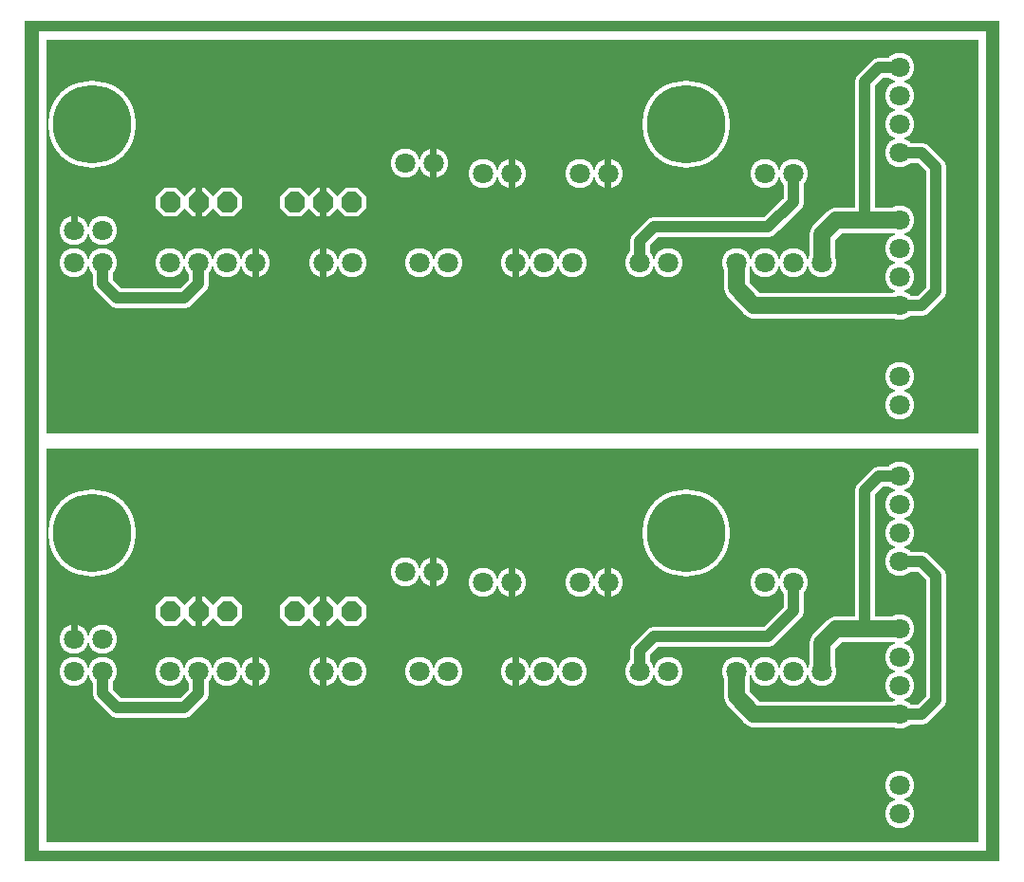
<source format=gbr>
%FSLAX34Y34*%
%MOMM*%
%LNSILK_TOP*%
G71*
G01*
%ADD10C, 7.80*%
%ADD11C, 2.60*%
%ADD12C, 1.80*%
%ADD13C, 2.30*%
%ADD14C, 2.60*%
%ADD15C, 0.10*%
%ADD16C, 0.60*%
%ADD17C, 7.00*%
%ADD18C, 1.80*%
%ADD19C, 1.00*%
%ADD20C, 1.50*%
%ADD21C, 1.80*%
%LPD*%
G36*
X0Y1000000D02*
X870000Y1000000D01*
X870000Y250000D01*
X0Y250000D01*
X0Y1000000D01*
G37*
%LPC*%
X60325Y908050D02*
G54D10*
D03*
X590550Y908050D02*
G54D10*
D03*
X781050Y958850D02*
G54D11*
D03*
X781050Y933450D02*
G54D11*
D03*
X781050Y908050D02*
G54D11*
D03*
X781050Y882650D02*
G54D11*
D03*
X781050Y822325D02*
G54D11*
D03*
X781050Y796925D02*
G54D11*
D03*
X781050Y771525D02*
G54D11*
D03*
X781050Y746125D02*
G54D11*
D03*
X781050Y682625D02*
G54D11*
D03*
X781050Y657225D02*
G54D11*
D03*
X711200Y784225D02*
G54D11*
D03*
X685800Y784225D02*
G54D11*
D03*
X660400Y784225D02*
G54D11*
D03*
X635000Y784225D02*
G54D11*
D03*
G54D12*
X781050Y882650D02*
X800100Y882650D01*
X812800Y869950D01*
X812800Y758825D01*
X800100Y746125D01*
X781050Y746125D01*
G54D12*
X781050Y958850D02*
X762000Y958850D01*
X749300Y946150D01*
X749300Y822325D01*
X781050Y822325D01*
G54D13*
X711200Y784225D02*
X711200Y809625D01*
X723900Y822325D01*
X781050Y822325D01*
G54D13*
X635000Y784225D02*
X635000Y762000D01*
X650875Y746125D01*
X781050Y746125D01*
X574675Y784225D02*
G54D11*
D03*
X549275Y784225D02*
G54D11*
D03*
X377825Y784225D02*
G54D11*
D03*
X352425Y784225D02*
G54D11*
D03*
X660400Y863600D02*
G54D11*
D03*
X685800Y863600D02*
G54D11*
D03*
X488950Y784225D02*
G54D11*
D03*
X463550Y784225D02*
G54D11*
D03*
X438150Y784225D02*
G54D11*
D03*
G36*
X117175Y843595D02*
X124780Y851200D01*
X135570Y851200D01*
X143175Y843595D01*
X143175Y832805D01*
X135570Y825200D01*
X124780Y825200D01*
X117175Y832805D01*
X117175Y843595D01*
G37*
G36*
X142575Y843595D02*
X150180Y851200D01*
X160970Y851200D01*
X168575Y843595D01*
X168575Y832805D01*
X160970Y825200D01*
X150180Y825200D01*
X142575Y832805D01*
X142575Y843595D01*
G37*
G36*
X167975Y843595D02*
X175580Y851200D01*
X186370Y851200D01*
X193975Y843595D01*
X193975Y832805D01*
X186370Y825200D01*
X175580Y825200D01*
X167975Y832805D01*
X167975Y843595D01*
G37*
G36*
X142575Y843595D02*
X150180Y851200D01*
X160970Y851200D01*
X168575Y843595D01*
X168575Y832805D01*
X160970Y825200D01*
X150180Y825200D01*
X142575Y832805D01*
X142575Y843595D01*
G37*
X495300Y863600D02*
G54D11*
D03*
X520700Y863600D02*
G54D11*
D03*
G36*
X228300Y843595D02*
X235905Y851200D01*
X246695Y851200D01*
X254300Y843595D01*
X254300Y832805D01*
X246695Y825200D01*
X235905Y825200D01*
X228300Y832805D01*
X228300Y843595D01*
G37*
G36*
X253700Y843595D02*
X261305Y851200D01*
X272095Y851200D01*
X279700Y843595D01*
X279700Y832805D01*
X272095Y825200D01*
X261305Y825200D01*
X253700Y832805D01*
X253700Y843595D01*
G37*
G36*
X279100Y843595D02*
X286705Y851200D01*
X297495Y851200D01*
X305100Y843595D01*
X305100Y832805D01*
X297495Y825200D01*
X286705Y825200D01*
X279100Y832805D01*
X279100Y843595D01*
G37*
G36*
X253700Y843595D02*
X261305Y851200D01*
X272095Y851200D01*
X279700Y843595D01*
X279700Y832805D01*
X272095Y825200D01*
X261305Y825200D01*
X253700Y832805D01*
X253700Y843595D01*
G37*
X206375Y784225D02*
G54D11*
D03*
X180975Y784225D02*
G54D11*
D03*
X155575Y784225D02*
G54D11*
D03*
X130175Y784225D02*
G54D11*
D03*
X292100Y784225D02*
G54D11*
D03*
X266700Y784225D02*
G54D11*
D03*
X69850Y784225D02*
G54D11*
D03*
X44450Y784225D02*
G54D11*
D03*
G54D12*
X549275Y784225D02*
X549275Y803275D01*
X561975Y815975D01*
X663575Y815975D01*
X685800Y838200D01*
X685800Y863600D01*
X409575Y863600D02*
G54D11*
D03*
X434975Y863600D02*
G54D11*
D03*
G54D12*
X69850Y784225D02*
X69850Y765175D01*
X82550Y752475D01*
X142875Y752475D01*
X155575Y765175D01*
X155575Y784225D01*
X206380Y784230D02*
G54D14*
D03*
X266705Y784230D02*
G54D14*
D03*
X438155Y784230D02*
G54D14*
D03*
X434980Y863605D02*
G54D14*
D03*
X520705Y863605D02*
G54D14*
D03*
X339725Y873125D02*
G54D14*
D03*
X365130Y873130D02*
G54D14*
D03*
X69850Y812800D02*
G54D14*
D03*
X44450Y812800D02*
G54D14*
D03*
G36*
X12700Y990600D02*
X857250Y990600D01*
X857250Y984250D01*
X12700Y984250D01*
X12700Y990600D01*
G37*
G54D15*
X12700Y990600D02*
X857250Y990600D01*
X857250Y984250D01*
X12700Y984250D01*
X12700Y990600D01*
G36*
X857250Y990600D02*
X850900Y990600D01*
X850900Y625475D01*
X857250Y625475D01*
X857250Y990600D01*
G37*
G54D15*
X857250Y990600D02*
X850900Y990600D01*
X850900Y625475D01*
X857250Y625475D01*
X857250Y990600D01*
G36*
X857250Y631825D02*
X12700Y631825D01*
X12700Y625475D01*
X857250Y625475D01*
X857250Y631825D01*
G37*
G54D15*
X857250Y631825D02*
X12700Y631825D01*
X12700Y625475D01*
X857250Y625475D01*
X857250Y631825D01*
G36*
X12700Y625475D02*
X19050Y625475D01*
X19050Y990600D01*
X12700Y990600D01*
X12700Y625475D01*
G37*
G54D15*
X12700Y625475D02*
X19050Y625475D01*
X19050Y990600D01*
X12700Y990600D01*
X12700Y625475D01*
X60325Y542925D02*
G54D10*
D03*
X590550Y542925D02*
G54D10*
D03*
X781050Y593725D02*
G54D11*
D03*
X781050Y568325D02*
G54D11*
D03*
X781050Y542925D02*
G54D11*
D03*
X781050Y517525D02*
G54D11*
D03*
X781050Y457200D02*
G54D11*
D03*
X781050Y431800D02*
G54D11*
D03*
X781050Y406400D02*
G54D11*
D03*
X781050Y381000D02*
G54D11*
D03*
X781050Y317500D02*
G54D11*
D03*
X781050Y292100D02*
G54D11*
D03*
X711200Y419100D02*
G54D11*
D03*
X685800Y419100D02*
G54D11*
D03*
X660400Y419100D02*
G54D11*
D03*
X635000Y419100D02*
G54D11*
D03*
G54D12*
X781050Y517525D02*
X800100Y517525D01*
X812800Y504825D01*
X812800Y393700D01*
X800100Y381000D01*
X781050Y381000D01*
G54D12*
X781050Y593725D02*
X762000Y593725D01*
X749300Y581025D01*
X749300Y457200D01*
X781050Y457200D01*
G54D13*
X711200Y419100D02*
X711200Y444500D01*
X723900Y457200D01*
X781050Y457200D01*
G54D13*
X635000Y419100D02*
X635000Y396875D01*
X650875Y381000D01*
X781050Y381000D01*
X574675Y419100D02*
G54D11*
D03*
X549275Y419100D02*
G54D11*
D03*
X377825Y419100D02*
G54D11*
D03*
X352425Y419100D02*
G54D11*
D03*
X660400Y498475D02*
G54D11*
D03*
X685800Y498475D02*
G54D11*
D03*
X488950Y419100D02*
G54D11*
D03*
X463550Y419100D02*
G54D11*
D03*
X438150Y419100D02*
G54D11*
D03*
G36*
X117175Y478470D02*
X124780Y486075D01*
X135570Y486075D01*
X143175Y478470D01*
X143175Y467680D01*
X135570Y460075D01*
X124780Y460075D01*
X117175Y467680D01*
X117175Y478470D01*
G37*
G36*
X142575Y478470D02*
X150180Y486075D01*
X160970Y486075D01*
X168575Y478470D01*
X168575Y467680D01*
X160970Y460075D01*
X150180Y460075D01*
X142575Y467680D01*
X142575Y478470D01*
G37*
G36*
X167975Y478470D02*
X175580Y486075D01*
X186370Y486075D01*
X193975Y478470D01*
X193975Y467680D01*
X186370Y460075D01*
X175580Y460075D01*
X167975Y467680D01*
X167975Y478470D01*
G37*
G36*
X142575Y478470D02*
X150180Y486075D01*
X160970Y486075D01*
X168575Y478470D01*
X168575Y467680D01*
X160970Y460075D01*
X150180Y460075D01*
X142575Y467680D01*
X142575Y478470D01*
G37*
X495300Y498475D02*
G54D11*
D03*
X520700Y498475D02*
G54D11*
D03*
G36*
X228300Y478470D02*
X235905Y486075D01*
X246695Y486075D01*
X254300Y478470D01*
X254300Y467680D01*
X246695Y460075D01*
X235905Y460075D01*
X228300Y467680D01*
X228300Y478470D01*
G37*
G36*
X253700Y478470D02*
X261305Y486075D01*
X272095Y486075D01*
X279700Y478470D01*
X279700Y467680D01*
X272095Y460075D01*
X261305Y460075D01*
X253700Y467680D01*
X253700Y478470D01*
G37*
G36*
X279100Y478470D02*
X286705Y486075D01*
X297495Y486075D01*
X305100Y478470D01*
X305100Y467680D01*
X297495Y460075D01*
X286705Y460075D01*
X279100Y467680D01*
X279100Y478470D01*
G37*
G36*
X253700Y478470D02*
X261305Y486075D01*
X272095Y486075D01*
X279700Y478470D01*
X279700Y467680D01*
X272095Y460075D01*
X261305Y460075D01*
X253700Y467680D01*
X253700Y478470D01*
G37*
X206375Y419100D02*
G54D11*
D03*
X180975Y419100D02*
G54D11*
D03*
X155575Y419100D02*
G54D11*
D03*
X130175Y419100D02*
G54D11*
D03*
X292100Y419100D02*
G54D11*
D03*
X266700Y419100D02*
G54D11*
D03*
X69850Y419100D02*
G54D11*
D03*
X44450Y419100D02*
G54D11*
D03*
G54D12*
X549275Y419100D02*
X549275Y438150D01*
X561975Y450850D01*
X663575Y450850D01*
X685800Y473075D01*
X685800Y498475D01*
X409575Y498475D02*
G54D11*
D03*
X434975Y498475D02*
G54D11*
D03*
G54D12*
X69850Y419100D02*
X69850Y400050D01*
X82550Y387350D01*
X142875Y387350D01*
X155575Y400050D01*
X155575Y419100D01*
X206380Y419105D02*
G54D14*
D03*
X266705Y419105D02*
G54D14*
D03*
X438155Y419105D02*
G54D14*
D03*
X434980Y498480D02*
G54D14*
D03*
X520705Y498480D02*
G54D14*
D03*
X339725Y508000D02*
G54D14*
D03*
X365130Y508005D02*
G54D14*
D03*
X69850Y447675D02*
G54D14*
D03*
X44450Y447675D02*
G54D14*
D03*
G36*
X12700Y625475D02*
X857250Y625475D01*
X857250Y619125D01*
X12700Y619125D01*
X12700Y625475D01*
G37*
G54D15*
X12700Y625475D02*
X857250Y625475D01*
X857250Y619125D01*
X12700Y619125D01*
X12700Y625475D01*
G36*
X857250Y625475D02*
X850900Y625475D01*
X850900Y260350D01*
X857250Y260350D01*
X857250Y625475D01*
G37*
G54D15*
X857250Y625475D02*
X850900Y625475D01*
X850900Y260350D01*
X857250Y260350D01*
X857250Y625475D01*
G36*
X857250Y266700D02*
X12700Y266700D01*
X12700Y260350D01*
X857250Y260350D01*
X857250Y266700D01*
G37*
G54D15*
X857250Y266700D02*
X12700Y266700D01*
X12700Y260350D01*
X857250Y260350D01*
X857250Y266700D01*
G36*
X12700Y260350D02*
X19050Y260350D01*
X19050Y625475D01*
X12700Y625475D01*
X12700Y260350D01*
G37*
G54D15*
X12700Y260350D02*
X19050Y260350D01*
X19050Y625475D01*
X12700Y625475D01*
X12700Y260350D01*
%LPD*%
G54D16*
G36*
X152575Y838200D02*
X152575Y851700D01*
X158575Y851700D01*
X158575Y838200D01*
X152575Y838200D01*
G37*
G36*
X158575Y838200D02*
X158575Y824700D01*
X152575Y824700D01*
X152575Y838200D01*
X158575Y838200D01*
G37*
G54D16*
G36*
X263700Y838200D02*
X263700Y851700D01*
X269700Y851700D01*
X269700Y838200D01*
X263700Y838200D01*
G37*
G36*
X269700Y838200D02*
X269700Y824700D01*
X263700Y824700D01*
X263700Y838200D01*
X269700Y838200D01*
G37*
G54D16*
G36*
X203380Y784230D02*
X203380Y797730D01*
X209380Y797730D01*
X209380Y784230D01*
X203380Y784230D01*
G37*
G36*
X209380Y784230D02*
X209380Y770730D01*
X203380Y770730D01*
X203380Y784230D01*
X209380Y784230D01*
G37*
G54D16*
G36*
X263705Y784230D02*
X263705Y797730D01*
X269705Y797730D01*
X269705Y784230D01*
X263705Y784230D01*
G37*
G36*
X269705Y784230D02*
X269705Y770730D01*
X263705Y770730D01*
X263705Y784230D01*
X269705Y784230D01*
G37*
G54D16*
G36*
X435155Y784230D02*
X435155Y797730D01*
X441155Y797730D01*
X441155Y784230D01*
X435155Y784230D01*
G37*
G36*
X441155Y784230D02*
X441155Y770730D01*
X435155Y770730D01*
X435155Y784230D01*
X441155Y784230D01*
G37*
G54D16*
G36*
X431980Y863605D02*
X431980Y877105D01*
X437980Y877105D01*
X437980Y863605D01*
X431980Y863605D01*
G37*
G36*
X437980Y863605D02*
X437980Y850105D01*
X431980Y850105D01*
X431980Y863605D01*
X437980Y863605D01*
G37*
G54D16*
G36*
X517705Y863605D02*
X517705Y877105D01*
X523705Y877105D01*
X523705Y863605D01*
X517705Y863605D01*
G37*
G36*
X523705Y863605D02*
X523705Y850105D01*
X517705Y850105D01*
X517705Y863605D01*
X523705Y863605D01*
G37*
G54D16*
G36*
X362130Y873130D02*
X362130Y886630D01*
X368130Y886630D01*
X368130Y873130D01*
X362130Y873130D01*
G37*
G36*
X368130Y873130D02*
X368130Y859630D01*
X362130Y859630D01*
X362130Y873130D01*
X368130Y873130D01*
G37*
G54D16*
G36*
X41450Y812800D02*
X41450Y826300D01*
X47450Y826300D01*
X47450Y812800D01*
X41450Y812800D01*
G37*
G54D16*
G36*
X152575Y473075D02*
X152575Y486575D01*
X158575Y486575D01*
X158575Y473075D01*
X152575Y473075D01*
G37*
G36*
X158575Y473075D02*
X158575Y459575D01*
X152575Y459575D01*
X152575Y473075D01*
X158575Y473075D01*
G37*
G54D16*
G36*
X263700Y473075D02*
X263700Y486575D01*
X269700Y486575D01*
X269700Y473075D01*
X263700Y473075D01*
G37*
G36*
X269700Y473075D02*
X269700Y459575D01*
X263700Y459575D01*
X263700Y473075D01*
X269700Y473075D01*
G37*
G54D16*
G36*
X203380Y419105D02*
X203380Y432605D01*
X209380Y432605D01*
X209380Y419105D01*
X203380Y419105D01*
G37*
G36*
X209380Y419105D02*
X209380Y405605D01*
X203380Y405605D01*
X203380Y419105D01*
X209380Y419105D01*
G37*
G54D16*
G36*
X263705Y419105D02*
X263705Y432605D01*
X269705Y432605D01*
X269705Y419105D01*
X263705Y419105D01*
G37*
G36*
X269705Y419105D02*
X269705Y405605D01*
X263705Y405605D01*
X263705Y419105D01*
X269705Y419105D01*
G37*
G54D16*
G36*
X435155Y419105D02*
X435155Y432605D01*
X441155Y432605D01*
X441155Y419105D01*
X435155Y419105D01*
G37*
G36*
X441155Y419105D02*
X441155Y405605D01*
X435155Y405605D01*
X435155Y419105D01*
X441155Y419105D01*
G37*
G54D16*
G36*
X431980Y498480D02*
X431980Y511980D01*
X437980Y511980D01*
X437980Y498480D01*
X431980Y498480D01*
G37*
G36*
X437980Y498480D02*
X437980Y484980D01*
X431980Y484980D01*
X431980Y498480D01*
X437980Y498480D01*
G37*
G54D16*
G36*
X517705Y498480D02*
X517705Y511980D01*
X523705Y511980D01*
X523705Y498480D01*
X517705Y498480D01*
G37*
G36*
X523705Y498480D02*
X523705Y484980D01*
X517705Y484980D01*
X517705Y498480D01*
X523705Y498480D01*
G37*
G54D16*
G36*
X362130Y508005D02*
X362130Y521505D01*
X368130Y521505D01*
X368130Y508005D01*
X362130Y508005D01*
G37*
G36*
X368130Y508005D02*
X368130Y494505D01*
X362130Y494505D01*
X362130Y508005D01*
X368130Y508005D01*
G37*
G54D16*
G36*
X41450Y447675D02*
X41450Y461175D01*
X47450Y461175D01*
X47450Y447675D01*
X41450Y447675D01*
G37*
X60325Y908050D02*
G54D17*
D03*
X590550Y908050D02*
G54D17*
D03*
X781050Y958850D02*
G54D18*
D03*
X781050Y933450D02*
G54D18*
D03*
X781050Y908050D02*
G54D18*
D03*
X781050Y882650D02*
G54D18*
D03*
X781050Y822325D02*
G54D18*
D03*
X781050Y796925D02*
G54D18*
D03*
X781050Y771525D02*
G54D18*
D03*
X781050Y746125D02*
G54D18*
D03*
X781050Y682625D02*
G54D18*
D03*
X781050Y657225D02*
G54D18*
D03*
X711200Y784225D02*
G54D18*
D03*
X685800Y784225D02*
G54D18*
D03*
X660400Y784225D02*
G54D18*
D03*
X635000Y784225D02*
G54D18*
D03*
G54D19*
X781050Y882650D02*
X800100Y882650D01*
X812800Y869950D01*
X812800Y758825D01*
X800100Y746125D01*
X781050Y746125D01*
G54D19*
X781050Y958850D02*
X762000Y958850D01*
X749300Y946150D01*
X749300Y822325D01*
X781050Y822325D01*
G54D20*
X711200Y784225D02*
X711200Y809625D01*
X723900Y822325D01*
X781050Y822325D01*
G54D20*
X635000Y784225D02*
X635000Y762000D01*
X650875Y746125D01*
X781050Y746125D01*
X574675Y784225D02*
G54D18*
D03*
X549275Y784225D02*
G54D18*
D03*
X377825Y784225D02*
G54D18*
D03*
X352425Y784225D02*
G54D18*
D03*
X660400Y863600D02*
G54D18*
D03*
X685800Y863600D02*
G54D18*
D03*
X488950Y784225D02*
G54D18*
D03*
X463550Y784225D02*
G54D18*
D03*
X438150Y784225D02*
G54D18*
D03*
G36*
X121175Y841935D02*
X126440Y847200D01*
X133910Y847200D01*
X139175Y841935D01*
X139175Y834465D01*
X133910Y829200D01*
X126440Y829200D01*
X121175Y834465D01*
X121175Y841935D01*
G37*
G36*
X146575Y841935D02*
X151840Y847200D01*
X159310Y847200D01*
X164575Y841935D01*
X164575Y834465D01*
X159310Y829200D01*
X151840Y829200D01*
X146575Y834465D01*
X146575Y841935D01*
G37*
G36*
X171975Y841935D02*
X177240Y847200D01*
X184710Y847200D01*
X189975Y841935D01*
X189975Y834465D01*
X184710Y829200D01*
X177240Y829200D01*
X171975Y834465D01*
X171975Y841935D01*
G37*
G36*
X146575Y841935D02*
X151840Y847200D01*
X159310Y847200D01*
X164575Y841935D01*
X164575Y834465D01*
X159310Y829200D01*
X151840Y829200D01*
X146575Y834465D01*
X146575Y841935D01*
G37*
X495300Y863600D02*
G54D18*
D03*
X520700Y863600D02*
G54D18*
D03*
G36*
X232300Y841935D02*
X237565Y847200D01*
X245035Y847200D01*
X250300Y841935D01*
X250300Y834465D01*
X245035Y829200D01*
X237565Y829200D01*
X232300Y834465D01*
X232300Y841935D01*
G37*
G36*
X257700Y841935D02*
X262965Y847200D01*
X270435Y847200D01*
X275700Y841935D01*
X275700Y834465D01*
X270435Y829200D01*
X262965Y829200D01*
X257700Y834465D01*
X257700Y841935D01*
G37*
G36*
X283100Y841935D02*
X288365Y847200D01*
X295835Y847200D01*
X301100Y841935D01*
X301100Y834465D01*
X295835Y829200D01*
X288365Y829200D01*
X283100Y834465D01*
X283100Y841935D01*
G37*
G36*
X257700Y841935D02*
X262965Y847200D01*
X270435Y847200D01*
X275700Y841935D01*
X275700Y834465D01*
X270435Y829200D01*
X262965Y829200D01*
X257700Y834465D01*
X257700Y841935D01*
G37*
X206375Y784225D02*
G54D18*
D03*
X180975Y784225D02*
G54D18*
D03*
X155575Y784225D02*
G54D18*
D03*
X130175Y784225D02*
G54D18*
D03*
X292100Y784225D02*
G54D18*
D03*
X266700Y784225D02*
G54D18*
D03*
X69850Y784225D02*
G54D18*
D03*
X44450Y784225D02*
G54D18*
D03*
G54D19*
X549275Y784225D02*
X549275Y803275D01*
X561975Y815975D01*
X663575Y815975D01*
X685800Y838200D01*
X685800Y863600D01*
X409575Y863600D02*
G54D18*
D03*
X434975Y863600D02*
G54D18*
D03*
G54D19*
X69850Y784225D02*
X69850Y765175D01*
X82550Y752475D01*
X142875Y752475D01*
X155575Y765175D01*
X155575Y784225D01*
X206380Y784230D02*
G54D21*
D03*
X266705Y784230D02*
G54D21*
D03*
X438155Y784230D02*
G54D21*
D03*
X434980Y863605D02*
G54D21*
D03*
X520705Y863605D02*
G54D21*
D03*
X339725Y873125D02*
G54D21*
D03*
X365130Y873130D02*
G54D21*
D03*
X69850Y812800D02*
G54D21*
D03*
X44450Y812800D02*
G54D21*
D03*
X60325Y542925D02*
G54D17*
D03*
X590550Y542925D02*
G54D17*
D03*
X781050Y593725D02*
G54D18*
D03*
X781050Y568325D02*
G54D18*
D03*
X781050Y542925D02*
G54D18*
D03*
X781050Y517525D02*
G54D18*
D03*
X781050Y457200D02*
G54D18*
D03*
X781050Y431800D02*
G54D18*
D03*
X781050Y406400D02*
G54D18*
D03*
X781050Y381000D02*
G54D18*
D03*
X781050Y317500D02*
G54D18*
D03*
X781050Y292100D02*
G54D18*
D03*
X711200Y419100D02*
G54D18*
D03*
X685800Y419100D02*
G54D18*
D03*
X660400Y419100D02*
G54D18*
D03*
X635000Y419100D02*
G54D18*
D03*
G54D19*
X781050Y517525D02*
X800100Y517525D01*
X812800Y504825D01*
X812800Y393700D01*
X800100Y381000D01*
X781050Y381000D01*
G54D19*
X781050Y593725D02*
X762000Y593725D01*
X749300Y581025D01*
X749300Y457200D01*
X781050Y457200D01*
G54D20*
X711200Y419100D02*
X711200Y444500D01*
X723900Y457200D01*
X781050Y457200D01*
G54D20*
X635000Y419100D02*
X635000Y396875D01*
X650875Y381000D01*
X781050Y381000D01*
X574675Y419100D02*
G54D18*
D03*
X549275Y419100D02*
G54D18*
D03*
X377825Y419100D02*
G54D18*
D03*
X352425Y419100D02*
G54D18*
D03*
X660400Y498475D02*
G54D18*
D03*
X685800Y498475D02*
G54D18*
D03*
X488950Y419100D02*
G54D18*
D03*
X463550Y419100D02*
G54D18*
D03*
X438150Y419100D02*
G54D18*
D03*
G36*
X121175Y476810D02*
X126440Y482075D01*
X133910Y482075D01*
X139175Y476810D01*
X139175Y469340D01*
X133910Y464075D01*
X126440Y464075D01*
X121175Y469340D01*
X121175Y476810D01*
G37*
G36*
X146575Y476810D02*
X151840Y482075D01*
X159310Y482075D01*
X164575Y476810D01*
X164575Y469340D01*
X159310Y464075D01*
X151840Y464075D01*
X146575Y469340D01*
X146575Y476810D01*
G37*
G36*
X171975Y476810D02*
X177240Y482075D01*
X184710Y482075D01*
X189975Y476810D01*
X189975Y469340D01*
X184710Y464075D01*
X177240Y464075D01*
X171975Y469340D01*
X171975Y476810D01*
G37*
G36*
X146575Y476810D02*
X151840Y482075D01*
X159310Y482075D01*
X164575Y476810D01*
X164575Y469340D01*
X159310Y464075D01*
X151840Y464075D01*
X146575Y469340D01*
X146575Y476810D01*
G37*
X495300Y498475D02*
G54D18*
D03*
X520700Y498475D02*
G54D18*
D03*
G36*
X232300Y476810D02*
X237565Y482075D01*
X245035Y482075D01*
X250300Y476810D01*
X250300Y469340D01*
X245035Y464075D01*
X237565Y464075D01*
X232300Y469340D01*
X232300Y476810D01*
G37*
G36*
X257700Y476810D02*
X262965Y482075D01*
X270435Y482075D01*
X275700Y476810D01*
X275700Y469340D01*
X270435Y464075D01*
X262965Y464075D01*
X257700Y469340D01*
X257700Y476810D01*
G37*
G36*
X283100Y476810D02*
X288365Y482075D01*
X295835Y482075D01*
X301100Y476810D01*
X301100Y469340D01*
X295835Y464075D01*
X288365Y464075D01*
X283100Y469340D01*
X283100Y476810D01*
G37*
G36*
X257700Y476810D02*
X262965Y482075D01*
X270435Y482075D01*
X275700Y476810D01*
X275700Y469340D01*
X270435Y464075D01*
X262965Y464075D01*
X257700Y469340D01*
X257700Y476810D01*
G37*
X206375Y419100D02*
G54D18*
D03*
X180975Y419100D02*
G54D18*
D03*
X155575Y419100D02*
G54D18*
D03*
X130175Y419100D02*
G54D18*
D03*
X292100Y419100D02*
G54D18*
D03*
X266700Y419100D02*
G54D18*
D03*
X69850Y419100D02*
G54D18*
D03*
X44450Y419100D02*
G54D18*
D03*
G54D19*
X549275Y419100D02*
X549275Y438150D01*
X561975Y450850D01*
X663575Y450850D01*
X685800Y473075D01*
X685800Y498475D01*
X409575Y498475D02*
G54D18*
D03*
X434975Y498475D02*
G54D18*
D03*
G54D19*
X69850Y419100D02*
X69850Y400050D01*
X82550Y387350D01*
X142875Y387350D01*
X155575Y400050D01*
X155575Y419100D01*
X206380Y419105D02*
G54D21*
D03*
X266705Y419105D02*
G54D21*
D03*
X438155Y419105D02*
G54D21*
D03*
X434980Y498480D02*
G54D21*
D03*
X520705Y498480D02*
G54D21*
D03*
X339725Y508000D02*
G54D21*
D03*
X365130Y508005D02*
G54D21*
D03*
X69850Y447675D02*
G54D21*
D03*
X44450Y447675D02*
G54D21*
D03*
M02*

</source>
